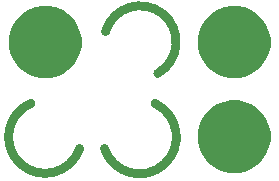
<source format=gbs>
%TF.GenerationSoftware,KiCad,Pcbnew,5.0.0-fee4fd1~66~ubuntu16.04.1*%
%TF.CreationDate,2018-08-21T17:19:53-07:00*%
%TF.ProjectId,2x3-LED-RGB-NeoPixel-SMT,3278332D4C45442D5247422D4E656F50,v1.1*%
%TF.SameCoordinates,Original*%
%TF.FileFunction,Soldermask,Bot*%
%TF.FilePolarity,Negative*%
%FSLAX46Y46*%
G04 Gerber Fmt 4.6, Leading zero omitted, Abs format (unit mm)*
G04 Created by KiCad (PCBNEW 5.0.0-fee4fd1~66~ubuntu16.04.1) date Tue Aug 21 17:19:53 2018*
%MOMM*%
%LPD*%
G01*
G04 APERTURE LIST*
%ADD10C,0.800000*%
%ADD11C,0.350000*%
G04 APERTURE END LIST*
D10*
X8717836Y-39052345D02*
G75*
G03X13007954Y-35255584I2965118J971761D01*
G01*
X13228763Y-32692126D02*
G75*
G03X8807954Y-29155584I-1495809J2661542D01*
G01*
X2498890Y-35233789D02*
G75*
G03X6607954Y-39055584I1184064J-2846795D01*
G01*
D11*
G36*
X20605250Y-35097601D02*
X21165079Y-35329490D01*
X21165081Y-35329491D01*
X21668917Y-35666144D01*
X22097393Y-36094620D01*
X22434048Y-36598459D01*
X22665937Y-37158288D01*
X22784154Y-37752605D01*
X22784154Y-38358563D01*
X22665937Y-38952880D01*
X22434048Y-39512709D01*
X22434047Y-39512711D01*
X22097394Y-40016547D01*
X21668917Y-40445024D01*
X21165081Y-40781677D01*
X21165080Y-40781678D01*
X21165079Y-40781678D01*
X20605250Y-41013567D01*
X20010933Y-41131784D01*
X19404975Y-41131784D01*
X18810658Y-41013567D01*
X18250829Y-40781678D01*
X18250828Y-40781678D01*
X18250827Y-40781677D01*
X17746991Y-40445024D01*
X17318514Y-40016547D01*
X16981861Y-39512711D01*
X16981860Y-39512709D01*
X16749971Y-38952880D01*
X16631754Y-38358563D01*
X16631754Y-37752605D01*
X16749971Y-37158288D01*
X16981860Y-36598459D01*
X17318515Y-36094620D01*
X17746991Y-35666144D01*
X18250827Y-35329491D01*
X18250829Y-35329490D01*
X18810658Y-35097601D01*
X19404975Y-34979384D01*
X20010933Y-34979384D01*
X20605250Y-35097601D01*
X20605250Y-35097601D01*
G37*
G36*
X20605250Y-27097601D02*
X21165079Y-27329490D01*
X21165081Y-27329491D01*
X21668917Y-27666144D01*
X22097393Y-28094620D01*
X22434048Y-28598459D01*
X22665937Y-29158288D01*
X22784154Y-29752605D01*
X22784154Y-30358563D01*
X22665937Y-30952880D01*
X22434048Y-31512709D01*
X22434047Y-31512711D01*
X22097394Y-32016547D01*
X21668917Y-32445024D01*
X21165081Y-32781677D01*
X21165080Y-32781678D01*
X21165079Y-32781678D01*
X20605250Y-33013567D01*
X20010933Y-33131784D01*
X19404975Y-33131784D01*
X18810658Y-33013567D01*
X18250829Y-32781678D01*
X18250828Y-32781678D01*
X18250827Y-32781677D01*
X17746991Y-32445024D01*
X17318514Y-32016547D01*
X16981861Y-31512711D01*
X16981860Y-31512709D01*
X16749971Y-30952880D01*
X16631754Y-30358563D01*
X16631754Y-29752605D01*
X16749971Y-29158288D01*
X16981860Y-28598459D01*
X17318515Y-28094620D01*
X17746991Y-27666144D01*
X18250827Y-27329491D01*
X18250829Y-27329490D01*
X18810658Y-27097601D01*
X19404975Y-26979384D01*
X20010933Y-26979384D01*
X20605250Y-27097601D01*
X20605250Y-27097601D01*
G37*
G36*
X4605250Y-27097601D02*
X5165079Y-27329490D01*
X5165081Y-27329491D01*
X5668917Y-27666144D01*
X6097393Y-28094620D01*
X6434048Y-28598459D01*
X6665937Y-29158288D01*
X6784154Y-29752605D01*
X6784154Y-30358563D01*
X6665937Y-30952880D01*
X6434048Y-31512709D01*
X6434047Y-31512711D01*
X6097394Y-32016547D01*
X5668917Y-32445024D01*
X5165081Y-32781677D01*
X5165080Y-32781678D01*
X5165079Y-32781678D01*
X4605250Y-33013567D01*
X4010933Y-33131784D01*
X3404975Y-33131784D01*
X2810658Y-33013567D01*
X2250829Y-32781678D01*
X2250828Y-32781678D01*
X2250827Y-32781677D01*
X1746991Y-32445024D01*
X1318514Y-32016547D01*
X981861Y-31512711D01*
X981860Y-31512709D01*
X749971Y-30952880D01*
X631754Y-30358563D01*
X631754Y-29752605D01*
X749971Y-29158288D01*
X981860Y-28598459D01*
X1318515Y-28094620D01*
X1746991Y-27666144D01*
X2250827Y-27329491D01*
X2250829Y-27329490D01*
X2810658Y-27097601D01*
X3404975Y-26979384D01*
X4010933Y-26979384D01*
X4605250Y-27097601D01*
X4605250Y-27097601D01*
G37*
M02*

</source>
